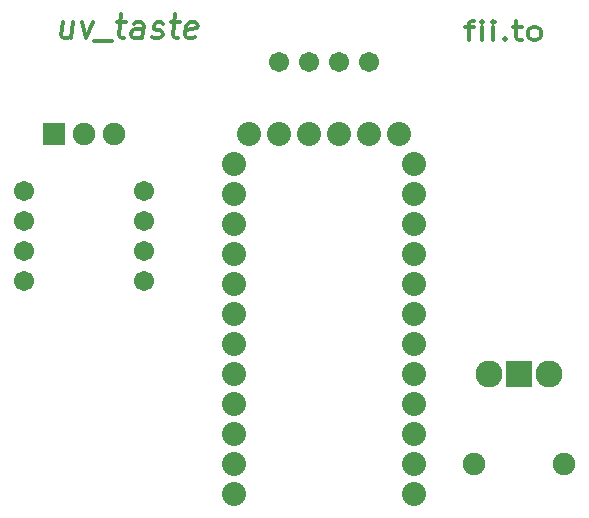
<source format=gts>
G04 (created by PCBNEW-RS274X (2012-apr-16-27)-stable) date Tue 24 Jun 2014 04:12:54 AM EDT*
G01*
G70*
G90*
%MOIN*%
G04 Gerber Fmt 3.4, Leading zero omitted, Abs format*
%FSLAX34Y34*%
G04 APERTURE LIST*
%ADD10C,0.006000*%
%ADD11C,0.012000*%
%ADD12C,0.067200*%
%ADD13C,0.090000*%
%ADD14R,0.090000X0.090000*%
%ADD15C,0.080000*%
%ADD16C,0.075000*%
%ADD17R,0.075000X0.075000*%
G04 APERTURE END LIST*
G54D10*
G54D11*
X51134Y-31790D02*
X51068Y-32324D01*
X50796Y-31790D02*
X50744Y-32210D01*
X50772Y-32286D01*
X50843Y-32324D01*
X50955Y-32324D01*
X51034Y-32286D01*
X51077Y-32248D01*
X51433Y-31790D02*
X51555Y-32324D01*
X51808Y-31790D01*
X51845Y-32400D02*
X52445Y-32400D01*
X52596Y-31790D02*
X52896Y-31790D01*
X52742Y-31524D02*
X52656Y-32210D01*
X52684Y-32286D01*
X52755Y-32324D01*
X52830Y-32324D01*
X53430Y-32324D02*
X53482Y-31905D01*
X53453Y-31829D01*
X53383Y-31790D01*
X53233Y-31790D01*
X53153Y-31829D01*
X53434Y-32286D02*
X53355Y-32324D01*
X53167Y-32324D01*
X53096Y-32286D01*
X53069Y-32210D01*
X53078Y-32133D01*
X53125Y-32057D01*
X53205Y-32019D01*
X53393Y-32019D01*
X53472Y-31981D01*
X53771Y-32286D02*
X53842Y-32324D01*
X53992Y-32324D01*
X54071Y-32286D01*
X54118Y-32210D01*
X54123Y-32171D01*
X54095Y-32095D01*
X54025Y-32057D01*
X53912Y-32057D01*
X53842Y-32019D01*
X53814Y-31943D01*
X53819Y-31905D01*
X53865Y-31829D01*
X53945Y-31790D01*
X54058Y-31790D01*
X54128Y-31829D01*
X54395Y-31790D02*
X54695Y-31790D01*
X54541Y-31524D02*
X54455Y-32210D01*
X54483Y-32286D01*
X54554Y-32324D01*
X54629Y-32324D01*
X55195Y-32286D02*
X55116Y-32324D01*
X54966Y-32324D01*
X54895Y-32286D01*
X54868Y-32210D01*
X54906Y-31905D01*
X54952Y-31829D01*
X55032Y-31790D01*
X55182Y-31790D01*
X55252Y-31829D01*
X55281Y-31905D01*
X55271Y-31981D01*
X54887Y-32057D01*
X64207Y-31949D02*
X64507Y-31949D01*
X64319Y-32378D02*
X64319Y-31827D01*
X64357Y-31765D01*
X64432Y-31735D01*
X64507Y-31735D01*
X64769Y-32378D02*
X64769Y-31949D01*
X64769Y-31735D02*
X64732Y-31765D01*
X64769Y-31796D01*
X64807Y-31765D01*
X64769Y-31735D01*
X64769Y-31796D01*
X65144Y-32378D02*
X65144Y-31949D01*
X65144Y-31735D02*
X65107Y-31765D01*
X65144Y-31796D01*
X65182Y-31765D01*
X65144Y-31735D01*
X65144Y-31796D01*
X65519Y-32317D02*
X65557Y-32347D01*
X65519Y-32378D01*
X65482Y-32347D01*
X65519Y-32317D01*
X65519Y-32378D01*
X65782Y-31949D02*
X66082Y-31949D01*
X65894Y-31735D02*
X65894Y-32286D01*
X65932Y-32347D01*
X66007Y-32378D01*
X66082Y-32378D01*
X66457Y-32378D02*
X66382Y-32347D01*
X66344Y-32317D01*
X66307Y-32255D01*
X66307Y-32072D01*
X66344Y-32010D01*
X66382Y-31980D01*
X66457Y-31949D01*
X66569Y-31949D01*
X66644Y-31980D01*
X66682Y-32010D01*
X66719Y-32072D01*
X66719Y-32255D01*
X66682Y-32317D01*
X66644Y-32347D01*
X66569Y-32378D01*
X66457Y-32378D01*
G54D12*
X53500Y-40400D03*
X53500Y-39400D03*
X53500Y-38400D03*
X53500Y-37400D03*
X49500Y-37400D03*
X49500Y-38400D03*
X49500Y-39400D03*
X49500Y-40400D03*
G54D13*
X65000Y-43500D03*
G54D14*
X66000Y-43500D03*
G54D13*
X67000Y-43500D03*
G54D15*
X56500Y-47500D03*
X62500Y-43500D03*
X62500Y-42500D03*
X56500Y-42500D03*
X56500Y-43500D03*
X62500Y-46500D03*
X62500Y-45500D03*
X62500Y-44500D03*
X56500Y-44500D03*
X56500Y-45500D03*
X56500Y-46500D03*
X62500Y-41500D03*
X62500Y-40500D03*
X62500Y-39500D03*
X56500Y-39500D03*
X56500Y-40500D03*
X56500Y-41500D03*
X62500Y-38500D03*
X62500Y-37500D03*
X62500Y-36500D03*
X57000Y-35500D03*
X58000Y-35500D03*
X59000Y-35500D03*
X60000Y-35500D03*
X61000Y-35500D03*
X62000Y-35500D03*
X56500Y-36500D03*
X56500Y-37500D03*
X56500Y-38500D03*
X62500Y-47500D03*
G54D16*
X64500Y-46500D03*
X67500Y-46500D03*
G54D17*
X50500Y-35500D03*
G54D16*
X51500Y-35500D03*
X52500Y-35500D03*
G54D12*
X58000Y-33100D03*
X59000Y-33100D03*
X60000Y-33100D03*
X61000Y-33100D03*
M02*

</source>
